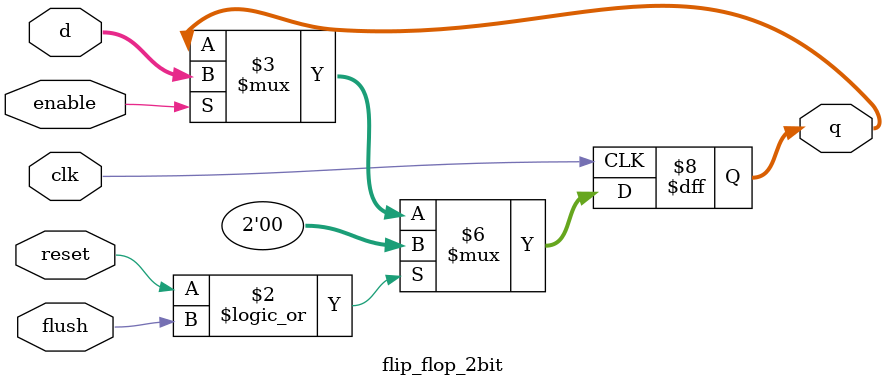
<source format=sv>
module flip_flop_2bit (
    input logic clk,
    reset,
    enable,
    flush,
    input logic [1:0] d,
    output logic [1:0] q
);
  always_ff @(posedge clk) begin
    if (reset || flush) begin
      q <= 0;
    end else if (enable) begin
      q <= d;
    end
  end
endmodule


</source>
